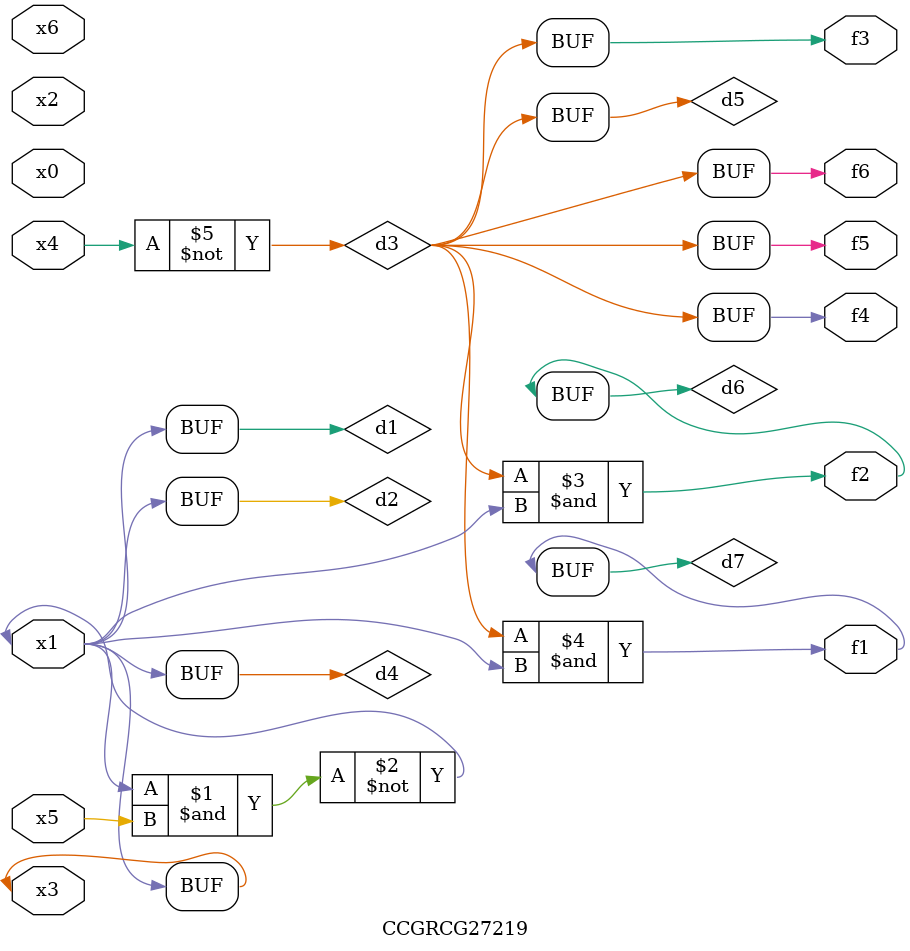
<source format=v>
module CCGRCG27219(
	input x0, x1, x2, x3, x4, x5, x6,
	output f1, f2, f3, f4, f5, f6
);

	wire d1, d2, d3, d4, d5, d6, d7;

	buf (d1, x1, x3);
	nand (d2, x1, x5);
	not (d3, x4);
	buf (d4, d1, d2);
	buf (d5, d3);
	and (d6, d3, d4);
	and (d7, d3, d4);
	assign f1 = d7;
	assign f2 = d6;
	assign f3 = d5;
	assign f4 = d5;
	assign f5 = d5;
	assign f6 = d5;
endmodule

</source>
